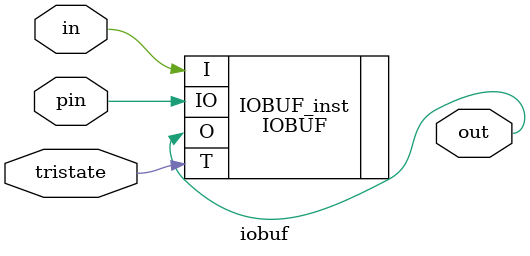
<source format=v>
`timescale 1ns / 1ps


module iobuf(
  output out,
  input in,
  input tristate,
  inout pin
    );
    
    
    //    IOBUF    : In order to incorporate this function into the design,
    //   Verilog   : the following instance declaration needs to be placed
    //  instance   : in the body of the design code.  The instance name
    // declaration : (IOBUF_inst) and/or the port declarations within the
    //    code     : parenthesis may be changed to properly reference and
    //             : connect this function to the design.  All inputs
    //             : and outputs must be connected.
    
    //  <-----Cut code below this line---->
    
       // IOBUF: Input/Output Buffer
       //        Kintex UltraScale
       // Xilinx HDL Language Template, version 2017.1
    
       IOBUF IOBUF_inst (
          .O(out),   // 1-bit output: Buffer output
          .I(in),   // 1-bit input: Buffer input
          .IO(pin), // 1-bit inout: Buffer inout (connect directly to top-level port)
          .T(tristate)    // 1-bit input: 3-state enable input
       );
    
       // End of IOBUF_inst instantiation
                        
                    
endmodule

</source>
